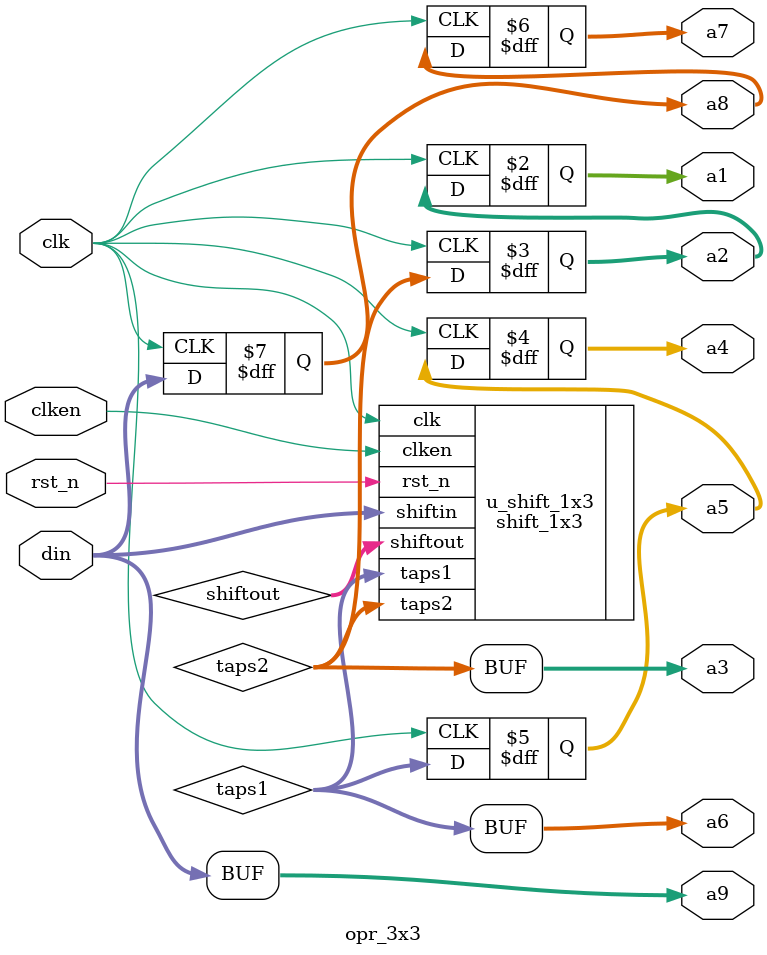
<source format=v>
module opr_3x3 #(
    parameter DATA_WIDTH = 8,
    parameter ADDR_WIDTH = 7
)(
    input  wire                     clk, rst_n,
    input  wire                     clken,
    input  wire [DATA_WIDTH-1:0]    din,
    output reg  [DATA_WIDTH-1:0]    a1, a2, a4, a5, a7, a8,
    output wire [DATA_WIDTH-1:0]    a3, a6, a9
);

wire [DATA_WIDTH-1:0] taps2, taps1, shiftout;

assign {a3, a6, a9} = {taps2, taps1, din};

// 1clk: 打拍形成矩阵, 矩阵顺序归正
always @(posedge clk) begin
    {a1, a2} <= {a2, a3};
    {a4, a5} <= {a5, a6};
    {a7, a8} <= {a8, a9};
end

// 1clk: 输入输出延时
shift_1x3 #(
    .DATA_WIDTH       (8                ),
    .ADDR_WIDTH       (7                ))
u_shift_1x3(
    //ports
    .clk              (clk              ),
    .rst_n            (rst_n            ),
    .shiftin          (din              ),
    .clken            (clken            ),
    .taps2            (taps2            ),
    .taps1            (taps1            ),
    .shiftout         (shiftout         )
);


endmodule
</source>
